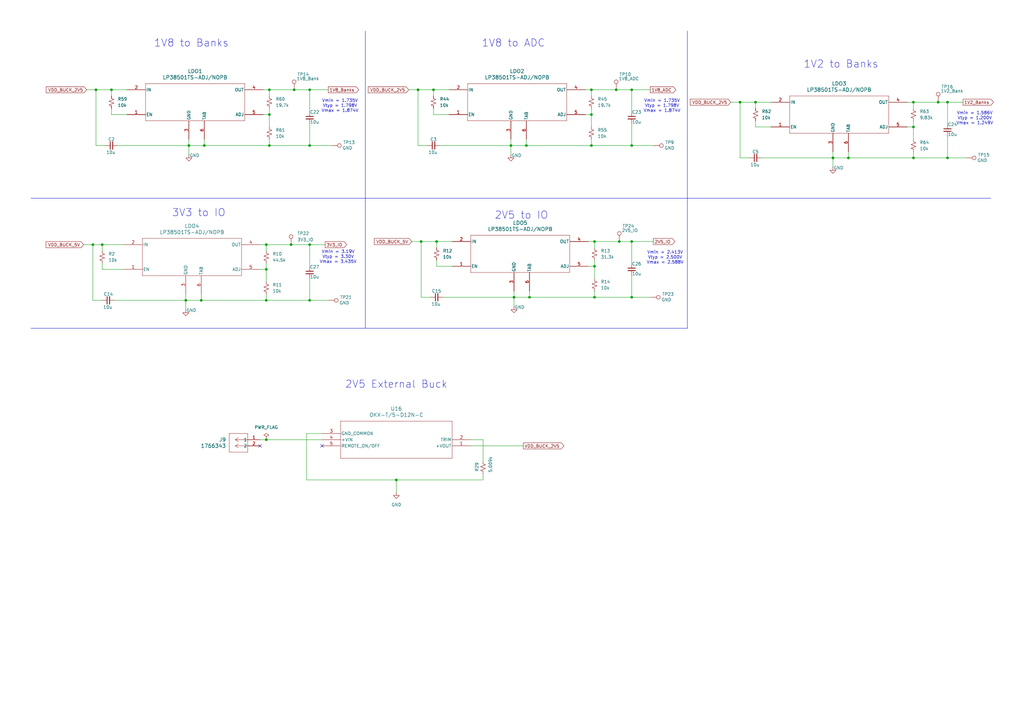
<source format=kicad_sch>
(kicad_sch (version 20231120) (generator "eeschema") (generator_version "8.0")
  (paper "A3")
  (lib_symbols
    (symbol "Connector:TestPoint" (pin_numbers hide) (pin_names (offset 0.762) hide)
      (property "Reference" "TP" (at 0 6.858 0))
      (property "Value" "TestPoint" (at 0 5.08 0))
      (symbol "TestPoint_0_1"
        (circle (center 0 3.302) (radius 0.762))
      )
      (symbol "TestPoint_1_1"
        (pin passive line (at 0 0 90) (length 2.54) (name "1") (number "1"))
      )
    )
    (symbol "Device:C_Small" (pin_numbers hide) (pin_names (offset 0.254) hide)
      (property "Reference" "C" (at 0.254 1.778 0))
      (property "Value" "C_Small" (at 0.254 -2.032 0))
      (symbol "C_Small_0_1"
        (polyline (pts (xy -1.524 -0.508) (xy 1.524 -0.508)) (stroke (width 0.3302)))
        (polyline (pts (xy -1.524 0.508) (xy 1.524 0.508)) (stroke (width 0.3048)))
      )
      (symbol "C_Small_1_1"
        (pin passive line (at 0 2.54 270) (length 2.032) (name "~") (number "1"))
        (pin passive line (at 0 -2.54 90) (length 2.032) (name "~") (number "2"))
      )
    )
    (symbol "Device:R_Small_US" (pin_numbers hide) (pin_names (offset 0.254) hide)
      (property "Reference" "R" (at 0.762 0.508 0))
      (property "Value" "R_Small_US" (at 0.762 -1.016 0))
      (symbol "R_Small_US_1_1"
        (polyline (pts (xy 0 0) (xy 1.016 -0.381) (xy 0 -0.762) (xy -1.016 -1.143) (xy 0 -1.524)))
        (polyline (pts (xy 0 1.524) (xy 1.016 1.143) (xy 0 0.762) (xy -1.016 0.381) (xy 0 0)))
        (pin passive line (at 0 2.54 270) (length 1.016) (name "~") (number "1"))
        (pin passive line (at 0 -2.54 90) (length 1.016) (name "~") (number "2"))
      )
    )
    (symbol "PSEC5_ctrlbd:1766343" (pin_names (offset 0.254))
      (property "Reference" "J" (at 8.89 6.35 0))
      (property "Value" "1766343" (at 1.524 6.096 0))
      (symbol "1766343_1_1"
        (polyline (pts (xy 5.08 -5.08) (xy 12.7 -5.08)) (stroke (width 0.127)))
        (polyline (pts (xy 5.08 2.54) (xy 5.08 -5.08)) (stroke (width 0.127)))
        (polyline (pts (xy 10.16 -2.54) (xy 5.08 -2.54)) (stroke (width 0.127)))
        (polyline (pts (xy 10.16 -2.54) (xy 8.89 -3.3867)) (stroke (width 0.127)))
        (polyline (pts (xy 10.16 -2.54) (xy 8.89 -1.6933)) (stroke (width 0.127)))
        (polyline (pts (xy 10.16 0) (xy 5.08 0)) (stroke (width 0.127)))
        (polyline (pts (xy 10.16 0) (xy 8.89 -0.8467)) (stroke (width 0.127)))
        (polyline (pts (xy 10.16 0) (xy 8.89 0.8467)) (stroke (width 0.127)))
        (polyline (pts (xy 12.7 -5.08) (xy 12.7 2.54)) (stroke (width 0.127)))
        (polyline (pts (xy 12.7 2.54) (xy 5.08 2.54)) (stroke (width 0.127)))
        (pin unspecified line (at 0 0 0) (length 5.08) (name "1") (number "1"))
        (pin unspecified line (at 0 -2.54 0) (length 5.08) (name "2") (number "2"))
      )
      (symbol "1766343_1_2"
        (polyline (pts (xy 5.08 -5.08) (xy 12.7 -5.08)) (stroke (width 0.127)))
        (polyline (pts (xy 5.08 2.54) (xy 5.08 -5.08)) (stroke (width 0.127)))
        (polyline (pts (xy 7.62 -2.54) (xy 5.08 -2.54)) (stroke (width 0.127)))
        (polyline (pts (xy 7.62 -2.54) (xy 8.89 -3.3867)) (stroke (width 0.127)))
        (polyline (pts (xy 7.62 -2.54) (xy 8.89 -1.6933)) (stroke (width 0.127)))
        (polyline (pts (xy 7.62 0) (xy 5.08 0)) (stroke (width 0.127)))
        (polyline (pts (xy 7.62 0) (xy 8.89 -0.8467)) (stroke (width 0.127)))
        (polyline (pts (xy 7.62 0) (xy 8.89 0.8467)) (stroke (width 0.127)))
        (polyline (pts (xy 12.7 -5.08) (xy 12.7 2.54)) (stroke (width 0.127)))
        (polyline (pts (xy 12.7 2.54) (xy 5.08 2.54)) (stroke (width 0.127)))
        (pin unspecified line (at 0 0 0) (length 5.08) (name "1") (number "1"))
        (pin unspecified line (at 0 -2.54 0) (length 5.08) (name "2") (number "2"))
      )
    )
    (symbol "PSEC5_ctrlbd:LP38501TS-ADJ_NOPB" (pin_names (offset 0.254))
      (property "Value" "LP38501TS-ADJ/NOPB" (at 27.94 7.62 0))
      (symbol "LP38501TS-ADJ_NOPB_0_1"
        (polyline (pts (xy 7.62 -10.16) (xy 48.26 -10.16)) (stroke (width 0.127)))
        (polyline (pts (xy 7.62 5.08) (xy 7.62 -10.16)) (stroke (width 0.127)))
        (polyline (pts (xy 48.26 -10.16) (xy 48.26 5.08)) (stroke (width 0.127)))
        (polyline (pts (xy 48.26 5.08) (xy 7.62 5.08)) (stroke (width 0.127)))
        (pin input line (at 0 -7.62 0) (length 7.62) (name "EN") (number "1"))
        (pin power_in line (at 0 2.54 0) (length 7.62) (name "IN") (number "2"))
        (pin power_in line (at 25.4 -17.78 90) (length 7.62) (name "GND") (number "3"))
        (pin input line (at 55.88 -7.62 180) (length 7.62) (name "ADJ") (number "5"))
        (pin power_in line (at 31.75 -17.78 90) (length 7.62) (name "TAB") (number "6"))
      )
      (symbol "LP38501TS-ADJ_NOPB_1_1"
        (pin power_out line (at 55.88 2.54 180) (length 7.62) (name "OUT") (number "4"))
      )
    )
    (symbol "PSEC5_ctrlbd:OKX-T_5-D12N-C" (pin_names (offset 0.254))
      (property "Reference" "U" (at 30.48 10.16 0))
      (property "Value" "OKX-T/5-D12N-C" (at 30.48 7.62 0))
      (symbol "OKX-T_5-D12N-C_0_1"
        (polyline (pts (xy 7.62 -10.16) (xy 53.34 -10.16)) (stroke (width 0.127)))
        (polyline (pts (xy 7.62 5.08) (xy 7.62 -10.16)) (stroke (width 0.127)))
        (polyline (pts (xy 53.34 -10.16) (xy 53.34 5.08)) (stroke (width 0.127)))
        (polyline (pts (xy 53.34 5.08) (xy 7.62 5.08)) (stroke (width 0.127)))
        (pin unspecified line (at 0 -2.54 0) (length 7.62) (name "TRIM") (number "2"))
        (pin power_in line (at 60.96 -2.54 180) (length 7.62) (name "+VIN") (number "4"))
        (pin input line (at 60.96 0 180) (length 7.62) (name "REMOTE_ON/OFF") (number "5"))
      )
      (symbol "OKX-T_5-D12N-C_1_1"
        (pin power_out line (at 0 0 0) (length 7.62) (name "+VOUT") (number "1"))
        (pin power_in line (at 60.96 -5.08 180) (length 7.62) (name "GND_COMMON") (number "3"))
      )
    )
    (symbol "power:GND" (power) (pin_numbers hide) (pin_names (offset 0) hide)
      (property "Value" "GND" (at 0 -3.81 0))
      (symbol "GND_0_1"
        (polyline (pts (xy 0 0) (xy 0 -1.27) (xy 1.27 -1.27) (xy 0 -2.54) (xy -1.27 -1.27) (xy 0 -1.27)))
      )
      (symbol "GND_1_1"
        (pin power_in line (at 0 0 270) (length 0) (name "~") (number "1"))
      )
    )
    (symbol "power:PWR_FLAG" (power) (pin_numbers hide) (pin_names (offset 0) hide)
      (property "Value" "PWR_FLAG" (at 0 3.81 0))
      (symbol "PWR_FLAG_0_0"
        (pin power_out line (at 0 0 90) (length 0) (name "~") (number "1"))
      )
      (symbol "PWR_FLAG_0_1"
        (polyline (pts (xy 0 0) (xy 0 1.27) (xy -1.016 1.905) (xy 0 2.54) (xy 1.016 1.905) (xy 0 1.27)))
      )
    )
  )
  (junction (at 243.84 121.92))
  (junction (at 45.72 36.83))
  (junction (at 109.22 100.33))
  (junction (at 215.9 59.69))
  (junction (at 209.55 59.69))
  (junction (at 109.22 180.34))
  (junction (at 110.49 59.69))
  (junction (at 374.65 41.91))
  (junction (at 76.2 123.19))
  (junction (at 77.47 59.69))
  (junction (at 347.98 64.77))
  (junction (at 243.84 109.22))
  (junction (at 110.49 46.99))
  (junction (at 127 59.69))
  (junction (at 242.57 59.69))
  (junction (at 303.53 41.91))
  (junction (at 120.65 36.83))
  (junction (at 82.55 123.19))
  (junction (at 172.72 99.06))
  (junction (at 374.65 52.07))
  (junction (at 39.37 36.83))
  (junction (at 217.17 121.92))
  (junction (at 110.49 36.83))
  (junction (at 127 100.33))
  (junction (at 177.8 36.83))
  (junction (at 109.22 123.19))
  (junction (at 259.08 99.06))
  (junction (at 242.57 36.83))
  (junction (at 388.62 41.91))
  (junction (at 127 36.83))
  (junction (at 252.73 36.83))
  (junction (at 83.82 59.69))
  (junction (at 259.08 36.83))
  (junction (at 254 99.06))
  (junction (at 162.56 196.85))
  (junction (at 41.91 100.33))
  (junction (at 388.62 64.77))
  (junction (at 243.84 99.06))
  (junction (at 179.07 99.06))
  (junction (at 259.08 121.92))
  (junction (at 38.1 100.33))
  (junction (at 259.08 59.69))
  (junction (at 127 123.19))
  (junction (at 341.63 64.77))
  (junction (at 309.88 41.91))
  (junction (at 171.45 36.83))
  (junction (at 210.82 121.92))
  (junction (at 242.57 46.99))
  (junction (at 374.65 64.77))
  (junction (at 119.38 100.33))
  (junction (at 384.81 41.91))
  (junction (at 109.22 110.49))
  (no_connect (at 132.08 182.88))
  (no_connect (at 106.68 182.88))
  (wire (pts (xy 181.61 121.92) (xy 210.82 121.92)))
  (wire (pts (xy 38.1 123.19) (xy 41.91 123.19)))
  (wire (pts (xy 45.72 36.83) (xy 45.72 39.37)))
  (wire (pts (xy 127 50.8) (xy 127 59.69)))
  (wire (pts (xy 341.63 64.77) (xy 341.63 68.58)))
  (wire (pts (xy 242.57 36.83) (xy 240.03 36.83)))
  (wire (pts (xy 110.49 46.99) (xy 107.95 46.99)))
  (wire (pts (xy 309.88 41.91) (xy 316.23 41.91)))
  (wire (pts (xy 48.26 59.69) (xy 77.47 59.69)))
  (wire (pts (xy 110.49 36.83) (xy 120.65 36.83)))
  (wire (pts (xy 299.72 41.91) (xy 303.53 41.91)))
  (wire (pts (xy 243.84 119.38) (xy 243.84 121.92)))
  (wire (pts (xy 179.07 99.06) (xy 179.07 101.6)))
  (wire (pts (xy 110.49 59.69) (xy 127 59.69)))
  (wire (pts (xy 259.08 113.03) (xy 259.08 121.92)))
  (wire (pts (xy 35.56 36.83) (xy 39.37 36.83)))
  (wire (pts (xy 125.73 177.8) (xy 125.73 196.85)))
  (wire (pts (xy 171.45 36.83) (xy 177.8 36.83)))
  (wire (pts (xy 252.73 36.83) (xy 259.08 36.83)))
  (wire (pts (xy 83.82 59.69) (xy 110.49 59.69)))
  (wire (pts (xy 242.57 52.07) (xy 242.57 46.99)))
  (wire (pts (xy 110.49 36.83) (xy 107.95 36.83)))
  (wire (pts (xy 179.07 106.68) (xy 179.07 109.22)))
  (wire (pts (xy 179.07 99.06) (xy 185.42 99.06)))
  (wire (pts (xy 259.08 59.69) (xy 267.97 59.69)))
  (wire (pts (xy 177.8 44.45) (xy 177.8 46.99)))
  (wire (pts (xy 110.49 44.45) (xy 110.49 46.99)))
  (wire (pts (xy 259.08 99.06) (xy 259.08 107.95)))
  (wire (pts (xy 215.9 57.15) (xy 215.9 59.69)))
  (wire (pts (xy 347.98 62.23) (xy 347.98 64.77)))
  (wire (pts (xy 243.84 121.92) (xy 259.08 121.92)))
  (wire (pts (xy 83.82 57.15) (xy 83.82 59.69)))
  (wire (pts (xy 242.57 36.83) (xy 252.73 36.83)))
  (wire (pts (xy 41.91 100.33) (xy 50.8 100.33)))
  (wire (pts (xy 76.2 120.65) (xy 76.2 123.19)))
  (wire (pts (xy 41.91 107.95) (xy 41.91 110.49)))
  (wire (pts (xy 34.29 100.33) (xy 38.1 100.33)))
  (wire (pts (xy 110.49 57.15) (xy 110.49 59.69)))
  (wire (pts (xy 312.42 64.77) (xy 341.63 64.77)))
  (wire (pts (xy 242.57 36.83) (xy 242.57 39.37)))
  (polyline (pts (xy 149.86 12.7) (xy 149.86 81.28)))
  (wire (pts (xy 243.84 99.06) (xy 254 99.06)))
  (polyline (pts (xy 281.94 134.62) (xy 149.86 134.62)))
  (wire (pts (xy 347.98 64.77) (xy 341.63 64.77)))
  (wire (pts (xy 374.65 41.91) (xy 374.65 44.45)))
  (wire (pts (xy 209.55 57.15) (xy 209.55 59.69)))
  (wire (pts (xy 309.88 49.53) (xy 309.88 52.07)))
  (wire (pts (xy 341.63 62.23) (xy 341.63 64.77)))
  (polyline (pts (xy 281.94 81.28) (xy 406.4 81.28)))
  (wire (pts (xy 76.2 123.19) (xy 76.2 127)))
  (wire (pts (xy 38.1 100.33) (xy 38.1 123.19)))
  (wire (pts (xy 77.47 57.15) (xy 77.47 59.69)))
  (wire (pts (xy 171.45 36.83) (xy 171.45 59.69)))
  (wire (pts (xy 41.91 110.49) (xy 50.8 110.49)))
  (wire (pts (xy 119.38 100.33) (xy 127 100.33)))
  (wire (pts (xy 45.72 36.83) (xy 52.07 36.83)))
  (wire (pts (xy 303.53 41.91) (xy 303.53 64.77)))
  (wire (pts (xy 217.17 121.92) (xy 243.84 121.92)))
  (wire (pts (xy 259.08 36.83) (xy 259.08 45.72)))
  (wire (pts (xy 259.08 50.8) (xy 259.08 59.69)))
  (wire (pts (xy 82.55 120.65) (xy 82.55 123.19)))
  (wire (pts (xy 82.55 123.19) (xy 109.22 123.19)))
  (wire (pts (xy 259.08 36.83) (xy 266.7 36.83)))
  (wire (pts (xy 46.99 123.19) (xy 76.2 123.19)))
  (wire (pts (xy 384.81 41.91) (xy 388.62 41.91)))
  (wire (pts (xy 243.84 99.06) (xy 243.84 101.6)))
  (polyline (pts (xy 281.94 81.28) (xy 281.94 134.62)))
  (wire (pts (xy 303.53 41.91) (xy 309.88 41.91)))
  (wire (pts (xy 172.72 121.92) (xy 176.53 121.92)))
  (wire (pts (xy 209.55 59.69) (xy 209.55 63.5)))
  (wire (pts (xy 243.84 106.68) (xy 243.84 109.22)))
  (polyline (pts (xy 12.7 81.28) (xy 149.86 81.28)))
  (wire (pts (xy 243.84 99.06) (xy 241.3 99.06)))
  (wire (pts (xy 198.12 196.85) (xy 198.12 194.31)))
  (wire (pts (xy 172.72 99.06) (xy 172.72 121.92)))
  (wire (pts (xy 106.68 180.34) (xy 109.22 180.34)))
  (wire (pts (xy 171.45 59.69) (xy 175.26 59.69)))
  (wire (pts (xy 254 99.06) (xy 259.08 99.06)))
  (wire (pts (xy 127 59.69) (xy 135.89 59.69)))
  (wire (pts (xy 127 114.3) (xy 127 123.19)))
  (wire (pts (xy 210.82 121.92) (xy 210.82 125.73)))
  (wire (pts (xy 45.72 44.45) (xy 45.72 46.99)))
  (wire (pts (xy 127 100.33) (xy 133.35 100.33)))
  (wire (pts (xy 106.68 100.33) (xy 109.22 100.33)))
  (wire (pts (xy 132.08 177.8) (xy 125.73 177.8)))
  (wire (pts (xy 177.8 36.83) (xy 184.15 36.83)))
  (wire (pts (xy 193.04 180.34) (xy 198.12 180.34)))
  (wire (pts (xy 177.8 46.99) (xy 184.15 46.99)))
  (wire (pts (xy 374.65 49.53) (xy 374.65 52.07)))
  (wire (pts (xy 388.62 41.91) (xy 388.62 50.8)))
  (wire (pts (xy 39.37 36.83) (xy 45.72 36.83)))
  (wire (pts (xy 215.9 59.69) (xy 242.57 59.69)))
  (wire (pts (xy 193.04 182.88) (xy 214.63 182.88)))
  (wire (pts (xy 177.8 36.83) (xy 177.8 39.37)))
  (wire (pts (xy 109.22 100.33) (xy 109.22 102.87)))
  (wire (pts (xy 242.57 57.15) (xy 242.57 59.69)))
  (wire (pts (xy 217.17 121.92) (xy 210.82 121.92)))
  (wire (pts (xy 45.72 46.99) (xy 52.07 46.99)))
  (wire (pts (xy 162.56 196.85) (xy 162.56 201.93)))
  (polyline (pts (xy 149.86 81.28) (xy 281.94 81.28)))
  (wire (pts (xy 82.55 123.19) (xy 76.2 123.19)))
  (wire (pts (xy 109.22 100.33) (xy 119.38 100.33)))
  (wire (pts (xy 259.08 99.06) (xy 267.97 99.06)))
  (wire (pts (xy 77.47 59.69) (xy 77.47 63.5)))
  (wire (pts (xy 347.98 64.77) (xy 374.65 64.77)))
  (wire (pts (xy 109.22 180.34) (xy 132.08 180.34)))
  (wire (pts (xy 168.91 99.06) (xy 172.72 99.06)))
  (wire (pts (xy 109.22 110.49) (xy 109.22 115.57)))
  (wire (pts (xy 374.65 41.91) (xy 384.81 41.91)))
  (wire (pts (xy 125.73 196.85) (xy 162.56 196.85)))
  (wire (pts (xy 127 100.33) (xy 127 109.22)))
  (polyline (pts (xy 12.7 134.62) (xy 149.86 134.62)))
  (wire (pts (xy 109.22 107.95) (xy 109.22 110.49)))
  (wire (pts (xy 41.91 100.33) (xy 41.91 102.87)))
  (wire (pts (xy 109.22 120.65) (xy 109.22 123.19)))
  (wire (pts (xy 243.84 109.22) (xy 241.3 109.22)))
  (wire (pts (xy 39.37 36.83) (xy 39.37 59.69)))
  (wire (pts (xy 180.34 59.69) (xy 209.55 59.69)))
  (wire (pts (xy 242.57 44.45) (xy 242.57 46.99)))
  (wire (pts (xy 374.65 57.15) (xy 374.65 52.07)))
  (wire (pts (xy 217.17 119.38) (xy 217.17 121.92)))
  (wire (pts (xy 172.72 99.06) (xy 179.07 99.06)))
  (wire (pts (xy 167.64 36.83) (xy 171.45 36.83)))
  (wire (pts (xy 198.12 180.34) (xy 198.12 189.23)))
  (wire (pts (xy 388.62 41.91) (xy 394.97 41.91)))
  (wire (pts (xy 259.08 121.92) (xy 266.7 121.92)))
  (wire (pts (xy 106.68 110.49) (xy 109.22 110.49)))
  (wire (pts (xy 127 36.83) (xy 134.62 36.83)))
  (wire (pts (xy 388.62 64.77) (xy 396.24 64.77)))
  (wire (pts (xy 303.53 64.77) (xy 307.34 64.77)))
  (wire (pts (xy 120.65 36.83) (xy 127 36.83)))
  (wire (pts (xy 388.62 55.88) (xy 388.62 64.77)))
  (wire (pts (xy 109.22 123.19) (xy 127 123.19)))
  (wire (pts (xy 374.65 52.07) (xy 372.11 52.07)))
  (wire (pts (xy 242.57 46.99) (xy 240.03 46.99)))
  (wire (pts (xy 243.84 114.3) (xy 243.84 109.22)))
  (wire (pts (xy 309.88 52.07) (xy 316.23 52.07)))
  (wire (pts (xy 39.37 59.69) (xy 43.18 59.69)))
  (wire (pts (xy 127 36.83) (xy 127 45.72)))
  (wire (pts (xy 374.65 41.91) (xy 372.11 41.91)))
  (wire (pts (xy 374.65 64.77) (xy 388.62 64.77)))
  (wire (pts (xy 110.49 52.07) (xy 110.49 46.99)))
  (polyline (pts (xy 149.86 81.28) (xy 149.86 134.62)))
  (wire (pts (xy 242.57 59.69) (xy 259.08 59.69)))
  (wire (pts (xy 374.65 62.23) (xy 374.65 64.77)))
  (wire (pts (xy 127 123.19) (xy 134.62 123.19)))
  (wire (pts (xy 110.49 36.83) (xy 110.49 39.37)))
  (wire (pts (xy 210.82 119.38) (xy 210.82 121.92)))
  (wire (pts (xy 309.88 41.91) (xy 309.88 44.45)))
  (wire (pts (xy 215.9 59.69) (xy 209.55 59.69)))
  (wire (pts (xy 83.82 59.69) (xy 77.47 59.69)))
  (wire (pts (xy 179.07 109.22) (xy 185.42 109.22)))
  (polyline (pts (xy 281.94 12.7) (xy 281.94 81.28)))
  (wire (pts (xy 38.1 100.33) (xy 41.91 100.33)))
  (wire (pts (xy 162.56 196.85) (xy 198.12 196.85)))
  (text "2V5 to IO" (at 213.868 88.392 0) (effects (font (size 3 3))))
  (text "Vmin = 1.735V\nVtyp = 1.798V\nVmax = 1.874V" (at 271.526 43.434 0) (effects (font (size 1.27 1.27))))
  (text "1V2 to Banks" (at 344.932 26.416 0) (effects (font (size 3 3))))
  (text "2V5 External Buck" (at 162.56 157.734 0) (effects (font (size 3 3))))
  (text "Vmin = 3.19V\nVtyp = 3.30V\nVmax = 3.435V" (at 138.684 105.41 0) (effects (font (size 1.27 1.27))))
  (text "1V8 to ADC" (at 210.566 17.78 0) (effects (font (size 3 3))))
  (text "Vmin = 2.413V\nVtyp = 2.500V\nVmax = 2.588V" (at 272.796 105.664 0) (effects (font (size 1.27 1.27))))
  (text "1V8 to Banks" (at 78.486 17.78 0) (effects (font (size 3 3))))
  (text "3V3 to IO" (at 81.534 87.376 0) (effects (font (size 3 3))))
  (text "Vmin = 1.586V\nVtyp = 1.200V\nVmax = 1.249V" (at 399.796 48.514 0) (effects (font (size 1.27 1.27))))
  (text "Vmin = 1.735V\nVtyp = 1.798V\nVmax = 1.874V" (at 139.446 43.434 0) (effects (font (size 1.27 1.27))))
  (global_label "2V5_IO" (shape output) (at 267.97 99.06 0) (property "Intersheetrefs" "${INTERSHEET_REFS}" (effects (hide yes))))
  (global_label "3V3_IO" (shape output) (at 133.35 100.33 0) (property "Intersheetrefs" "${INTERSHEET_REFS}" (effects (hide yes))))
  (global_label "1V8_Banks" (shape output) (at 134.62 36.83 0) (property "Intersheetrefs" "${INTERSHEET_REFS}" (effects (hide yes))))
  (global_label "VDD_BUCK_5V" (shape input) (at 34.29 100.33 180) (property "Intersheetrefs" "${INTERSHEET_REFS}" (effects (hide yes))))
  (global_label "1V8_ADC" (shape output) (at 266.7 36.83 0) (property "Intersheetrefs" "${INTERSHEET_REFS}" (effects (hide yes))))
  (global_label "VDD_BUCK_2V5" (shape input) (at 35.56 36.83 180) (property "Intersheetrefs" "${INTERSHEET_REFS}" (effects (hide yes))))
  (global_label "VDD_BUCK_2V5" (shape input) (at 299.72 41.91 180) (property "Intersheetrefs" "${INTERSHEET_REFS}" (effects (hide yes))))
  (global_label "VDD_BUCK_2V5" (shape output) (at 214.63 182.88 0) (property "Intersheetrefs" "${INTERSHEET_REFS}" (effects (hide yes))))
  (global_label "1V2_Banks" (shape output) (at 394.97 41.91 0) (property "Intersheetrefs" "${INTERSHEET_REFS}" (effects (hide yes))))
  (global_label "VDD_BUCK_2V5" (shape input) (at 167.64 36.83 180) (property "Intersheetrefs" "${INTERSHEET_REFS}" (effects (hide yes))))
  (global_label "VDD_BUCK_5V" (shape input) (at 168.91 99.06 180) (property "Intersheetrefs" "${INTERSHEET_REFS}" (effects (hide yes))))
  (symbol (lib_id "Device:R_Small_US") (at 110.49 54.61 0) (unit 1)
    (property "Reference" "R61" (at 113.03 53.3399 0) (effects (justify left)))
    (property "Value" "10k" (at 113.03 55.8799 0) (effects (justify left)))
    (property "Footprint" "Resistor_SMD:R_0603_1608Metric" (effects (hide yes)))
    (property "Description" "Resistor, small US symbol" (effects (hide yes)))
  )
  (symbol (lib_id "power:PWR_FLAG") (at 109.22 180.34 0) (unit 1)
    (property "Reference" "#FLG029" (effects (hide yes)))
    (property "Value" "PWR_FLAG" (at 109.22 175.26 0))
    (property "Description" "Special symbol for telling ERC where power comes from" (effects (hide yes)))
  )
  (symbol (lib_id "PSEC5_ctrlbd:LP38501TS-ADJ_NOPB") (at 316.23 44.45 0) (unit 1)
    (property "Reference" "LDO3" (at 344.17 34.29 0) (effects (font (size 1.524 1.524))))
    (property "Value" "LP38501TS-ADJ/NOPB" (at 344.17 36.83 0) (effects (font (size 1.524 1.524))))
    (property "Footprint" "ul_LP38501TS-ADJ-NOPB:TS5B" (effects (hide yes)))
    (property "Datasheet" "LP38501TS-ADJ/NOPB" (effects (hide yes)))
  )
  (symbol (lib_id "Device:R_Small_US") (at 177.8 41.91 0) (unit 1)
    (property "Reference" "R44" (at 180.34 40.6399 0) (effects (justify left)))
    (property "Value" "10k" (at 180.34 43.1799 0) (effects (justify left)))
    (property "Footprint" "Resistor_SMD:R_0603_1608Metric" (effects (hide yes)))
    (property "Description" "Resistor, small US symbol" (effects (hide yes)))
  )
  (symbol (lib_id "Device:R_Small_US") (at 243.84 116.84 0) (unit 1)
    (property "Reference" "R14" (at 246.38 115.5699 0) (effects (justify left)))
    (property "Value" "10k" (at 246.38 118.1099 0) (effects (justify left)))
    (property "Footprint" "Resistor_SMD:R_0603_1608Metric" (effects (hide yes)))
    (property "Description" "Resistor, small US symbol" (effects (hide yes)))
  )
  (symbol (lib_id "Device:R_Small_US") (at 242.57 54.61 0) (unit 1)
    (property "Reference" "R55" (at 245.11 53.3399 0) (effects (justify left)))
    (property "Value" "10k" (at 245.11 55.8799 0) (effects (justify left)))
    (property "Footprint" "Resistor_SMD:R_0603_1608Metric" (effects (hide yes)))
    (property "Description" "Resistor, small US symbol" (effects (hide yes)))
  )
  (symbol (lib_id "PSEC5_ctrlbd:OKX-T_5-D12N-C") (at 193.04 182.88 180) (unit 1)
    (property "Reference" "U16" (at 162.56 167.64 0) (effects (font (size 1.524 1.524))))
    (property "Value" "OKX-T/5-D12N-C" (at 162.56 170.18 0) (effects (font (size 1.524 1.524))))
    (property "Footprint" "OKX_T_5_D12N_C:OKX-T&slash_5-D12N-C_MUR" (effects (hide yes)))
    (property "Datasheet" "OKX-T/5-D12N-C" (effects (hide yes)))
  )
  (symbol (lib_id "Connector:TestPoint") (at 135.89 59.69 270) (unit 1)
    (property "Reference" "TP13" (at 140.716 58.42 90) (effects (justify left)))
    (property "Value" "GND" (at 140.462 60.706 90) (effects (justify left)))
    (property "Footprint" "TestPoint:TestPoint_Bridge_Pitch2.0mm_Drill0.7mm" (effects (hide yes)))
    (property "Description" "test point" (effects (hide yes)))
  )
  (symbol (lib_id "Connector:TestPoint") (at 254 99.06 0) (unit 1)
    (property "Reference" "TP24" (at 255.27 92.71 0) (effects (justify left)))
    (property "Value" "2V5_IO" (at 255.016 94.488 0) (effects (justify left)))
    (property "Footprint" "TestPoint:TestPoint_Bridge_Pitch2.0mm_Drill0.7mm" (effects (hide yes)))
    (property "Description" "test point" (effects (hide yes)))
  )
  (symbol (lib_id "Connector:TestPoint") (at 252.73 36.83 0) (unit 1)
    (property "Reference" "TP10" (at 254 30.48 0) (effects (justify left)))
    (property "Value" "1V8_ADC" (at 253.746 32.258 0) (effects (justify left)))
    (property "Footprint" "TestPoint:TestPoint_Bridge_Pitch2.0mm_Drill0.7mm" (effects (hide yes)))
    (property "Description" "test point" (effects (hide yes)))
  )
  (symbol (lib_id "Device:C_Small") (at 388.62 53.34 0) (unit 1)
    (property "Reference" "C24" (at 390.652 51.054 0))
    (property "Value" "10u" (at 390.652 55.118 0))
    (property "Footprint" "Capacitor_SMD:C_0603_1608Metric" (effects (hide yes)))
    (property "Description" "Unpolarized capacitor, small symbol" (effects (hide yes)))
  )
  (symbol (lib_id "PSEC5_ctrlbd:1766343") (at 106.68 180.34 0) (mirror y) (unit 1)
    (property "Reference" "J9" (at 92.71 180.3399 0) (effects (font (size 1.524 1.524)) (justify left)))
    (property "Value" "1766343" (at 92.71 182.8799 0) (effects (font (size 1.524 1.524)) (justify left)))
    (property "Footprint" "Connector_Phoenix_GMSTB:PhoenixContact_GMSTBA_2,5_2-G_1x02_P7.50mm_Horizontal" (effects (hide yes)))
    (property "Datasheet" "1766343" (effects (hide yes)))
  )
  (symbol (lib_id "Connector:TestPoint") (at 384.81 41.91 0) (unit 1)
    (property "Reference" "TP16" (at 386.08 35.56 0) (effects (justify left)))
    (property "Value" "1V2_Bank" (at 385.826 37.338 0) (effects (justify left)))
    (property "Footprint" "TestPoint:TestPoint_Bridge_Pitch2.0mm_Drill0.7mm" (effects (hide yes)))
    (property "Description" "test point" (effects (hide yes)))
  )
  (symbol (lib_id "Device:R_Small_US") (at 109.22 118.11 0) (unit 1)
    (property "Reference" "R11" (at 111.76 116.8399 0) (effects (justify left)))
    (property "Value" "10k" (at 111.76 119.3799 0) (effects (justify left)))
    (property "Footprint" "Resistor_SMD:R_0603_1608Metric" (effects (hide yes)))
    (property "Description" "Resistor, small US symbol" (effects (hide yes)))
  )
  (symbol (lib_id "Device:C_Small") (at 127 48.26 0) (unit 1)
    (property "Reference" "C22" (at 129.032 45.974 0))
    (property "Value" "10u" (at 129.032 50.038 0))
    (property "Footprint" "Capacitor_SMD:C_0603_1608Metric" (effects (hide yes)))
    (property "Description" "Unpolarized capacitor, small symbol" (effects (hide yes)))
  )
  (symbol (lib_id "Device:R_Small_US") (at 41.91 105.41 0) (unit 1)
    (property "Reference" "R2" (at 44.45 104.1399 0) (effects (justify left)))
    (property "Value" "10k" (at 44.45 106.6799 0) (effects (justify left)))
    (property "Footprint" "Resistor_SMD:R_0603_1608Metric" (effects (hide yes)))
    (property "Description" "Resistor, small US symbol" (effects (hide yes)))
  )
  (symbol (lib_id "Device:R_Small_US") (at 110.49 41.91 0) (unit 1)
    (property "Reference" "R60" (at 113.03 40.6399 0) (effects (justify left)))
    (property "Value" "19.7k" (at 113.03 43.1799 0) (effects (justify left)))
    (property "Footprint" "Resistor_SMD:R_0603_1608Metric" (effects (hide yes)))
    (property "Description" "Resistor, small US symbol" (effects (hide yes)))
  )
  (symbol (lib_id "Connector:TestPoint") (at 120.65 36.83 0) (unit 1)
    (property "Reference" "TP14" (at 121.92 30.48 0) (effects (justify left)))
    (property "Value" "1V8_Bank" (at 121.666 32.258 0) (effects (justify left)))
    (property "Footprint" "TestPoint:TestPoint_Bridge_Pitch2.0mm_Drill0.7mm" (effects (hide yes)))
    (property "Description" "test point" (effects (hide yes)))
  )
  (symbol (lib_id "Device:C_Small") (at 259.08 110.49 0) (unit 1)
    (property "Reference" "C26" (at 261.112 108.204 0))
    (property "Value" "10u" (at 261.112 112.268 0))
    (property "Footprint" "Capacitor_SMD:C_0603_1608Metric" (effects (hide yes)))
    (property "Description" "Unpolarized capacitor, small symbol" (effects (hide yes)))
  )
  (symbol (lib_id "Device:R_Small_US") (at 243.84 104.14 0) (unit 1)
    (property "Reference" "R13" (at 246.38 102.8699 0) (effects (justify left)))
    (property "Value" "31.3k" (at 246.38 105.4099 0) (effects (justify left)))
    (property "Footprint" "Resistor_SMD:R_0603_1608Metric" (effects (hide yes)))
    (property "Description" "Resistor, small US symbol" (effects (hide yes)))
  )
  (symbol (lib_id "Device:C_Small") (at 179.07 121.92 90) (unit 1)
    (property "Reference" "C15" (at 179.07 119.38 90))
    (property "Value" "10u" (at 178.816 124.714 90))
    (property "Footprint" "Capacitor_SMD:C_0603_1608Metric" (effects (hide yes)))
    (property "Description" "Unpolarized capacitor, small symbol" (effects (hide yes)))
  )
  (symbol (lib_id "Device:R_Small_US") (at 309.88 46.99 0) (unit 1)
    (property "Reference" "R62" (at 312.42 45.7199 0) (effects (justify left)))
    (property "Value" "10k" (at 312.42 48.2599 0) (effects (justify left)))
    (property "Footprint" "Resistor_SMD:R_0603_1608Metric" (effects (hide yes)))
    (property "Description" "Resistor, small US symbol" (effects (hide yes)))
  )
  (symbol (lib_id "Device:R_Small_US") (at 179.07 104.14 0) (unit 1)
    (property "Reference" "R12" (at 181.61 102.8699 0) (effects (justify left)))
    (property "Value" "10k" (at 181.61 105.4099 0) (effects (justify left)))
    (property "Footprint" "Resistor_SMD:R_0603_1608Metric" (effects (hide yes)))
    (property "Description" "Resistor, small US symbol" (effects (hide yes)))
  )
  (symbol (lib_id "PSEC5_ctrlbd:LP38501TS-ADJ_NOPB") (at 50.8 102.87 0) (unit 1)
    (property "Reference" "LDO4" (at 78.74 92.71 0) (effects (font (size 1.524 1.524))))
    (property "Value" "LP38501TS-ADJ/NOPB" (at 78.74 95.25 0) (effects (font (size 1.524 1.524))))
    (property "Footprint" "ul_LP38501TS-ADJ-NOPB:TS5B" (effects (hide yes)))
    (property "Datasheet" "LP38501TS-ADJ/NOPB" (effects (hide yes)))
  )
  (symbol (lib_id "Device:R_Small_US") (at 242.57 41.91 0) (unit 1)
    (property "Reference" "R45" (at 245.11 40.6399 0) (effects (justify left)))
    (property "Value" "19.7k" (at 245.11 43.1799 0) (effects (justify left)))
    (property "Footprint" "Resistor_SMD:R_0603_1608Metric" (effects (hide yes)))
    (property "Description" "Resistor, small US symbol" (effects (hide yes)))
  )
  (symbol (lib_id "Device:C_Small") (at 45.72 59.69 90) (unit 1)
    (property "Reference" "C2" (at 45.72 57.15 90))
    (property "Value" "10u" (at 45.466 62.484 90))
    (property "Footprint" "Capacitor_SMD:C_0603_1608Metric" (effects (hide yes)))
    (property "Description" "Unpolarized capacitor, small symbol" (effects (hide yes)))
  )
  (symbol (lib_id "Device:R_Small_US") (at 198.12 191.77 180) (unit 1)
    (property "Reference" "R29" (at 195.58 191.516 90))
    (property "Value" "5.009k" (at 201.168 190.5 90))
    (property "Footprint" "Resistor_SMD:R_0603_1608Metric" (effects (hide yes)))
    (property "Description" "Resistor, small US symbol" (effects (hide yes)))
  )
  (symbol (lib_id "Connector:TestPoint") (at 267.97 59.69 270) (unit 1)
    (property "Reference" "TP9" (at 272.796 58.42 90) (effects (justify left)))
    (property "Value" "GND" (at 272.542 60.706 90) (effects (justify left)))
    (property "Footprint" "TestPoint:TestPoint_Bridge_Pitch2.0mm_Drill0.7mm" (effects (hide yes)))
    (property "Description" "test point" (effects (hide yes)))
  )
  (symbol (lib_id "Device:R_Small_US") (at 374.65 59.69 0) (unit 1)
    (property "Reference" "R64" (at 377.19 58.4199 0) (effects (justify left)))
    (property "Value" "10k" (at 377.19 60.9599 0) (effects (justify left)))
    (property "Footprint" "Resistor_SMD:R_0603_1608Metric" (effects (hide yes)))
    (property "Description" "Resistor, small US symbol" (effects (hide yes)))
  )
  (symbol (lib_id "Device:C_Small") (at 44.45 123.19 90) (unit 1)
    (property "Reference" "C14" (at 44.45 120.65 90))
    (property "Value" "10u" (at 44.196 125.984 90))
    (property "Footprint" "Capacitor_SMD:C_0603_1608Metric" (effects (hide yes)))
    (property "Description" "Unpolarized capacitor, small symbol" (effects (hide yes)))
  )
  (symbol (lib_id "power:GND") (at 76.2 127 0) (unit 1)
    (property "Reference" "#PWR019" (effects (hide yes)))
    (property "Value" "GND" (at 78.486 127.254 0))
    (property "Description" "Power symbol creates a global label with name \"GND\" , ground" (effects (hide yes)))
  )
  (symbol (lib_id "Connector:TestPoint") (at 396.24 64.77 270) (unit 1)
    (property "Reference" "TP15" (at 401.066 63.5 90) (effects (justify left)))
    (property "Value" "GND" (at 400.812 65.786 90) (effects (justify left)))
    (property "Footprint" "TestPoint:TestPoint_Bridge_Pitch2.0mm_Drill0.7mm" (effects (hide yes)))
    (property "Description" "test point" (effects (hide yes)))
  )
  (symbol (lib_id "Device:C_Small") (at 177.8 59.69 90) (unit 1)
    (property "Reference" "C3" (at 177.8 57.15 90))
    (property "Value" "10u" (at 177.546 62.484 90))
    (property "Footprint" "Capacitor_SMD:C_0603_1608Metric" (effects (hide yes)))
    (property "Description" "Unpolarized capacitor, small symbol" (effects (hide yes)))
  )
  (symbol (lib_id "power:GND") (at 77.47 63.5 0) (unit 1)
    (property "Reference" "#PWR015" (effects (hide yes)))
    (property "Value" "GND" (at 79.756 63.754 0))
    (property "Description" "Power symbol creates a global label with name \"GND\" , ground" (effects (hide yes)))
  )
  (symbol (lib_id "PSEC5_ctrlbd:LP38501TS-ADJ_NOPB") (at 185.42 101.6 0) (unit 1)
    (property "Reference" "LDO5" (at 213.36 91.44 0) (effects (font (size 1.524 1.524))))
    (property "Value" "LP38501TS-ADJ/NOPB" (at 213.36 93.98 0) (effects (font (size 1.524 1.524))))
    (property "Footprint" "ul_LP38501TS-ADJ-NOPB:TS5B" (effects (hide yes)))
    (property "Datasheet" "LP38501TS-ADJ/NOPB" (effects (hide yes)))
  )
  (symbol (lib_id "power:GND") (at 162.56 201.93 0) (unit 1)
    (property "Reference" "#PWR053" (effects (hide yes)))
    (property "Value" "GND" (at 162.56 207.01 0))
    (property "Description" "Power symbol creates a global label with name \"GND\" , ground" (effects (hide yes)))
  )
  (symbol (lib_id "Device:R_Small_US") (at 109.22 105.41 0) (unit 1)
    (property "Reference" "R10" (at 111.76 104.1399 0) (effects (justify left)))
    (property "Value" "44.5k" (at 111.76 106.6799 0) (effects (justify left)))
    (property "Footprint" "Resistor_SMD:R_0603_1608Metric" (effects (hide yes)))
    (property "Description" "Resistor, small US symbol" (effects (hide yes)))
  )
  (symbol (lib_id "Connector:TestPoint") (at 134.62 123.19 270) (unit 1)
    (property "Reference" "TP21" (at 139.446 121.92 90) (effects (justify left)))
    (property "Value" "GND" (at 139.192 124.206 90) (effects (justify left)))
    (property "Footprint" "TestPoint:TestPoint_Bridge_Pitch2.0mm_Drill0.7mm" (effects (hide yes)))
    (property "Description" "test point" (effects (hide yes)))
  )
  (symbol (lib_id "Device:C_Small") (at 127 111.76 0) (unit 1)
    (property "Reference" "C27" (at 129.032 109.474 0))
    (property "Value" "10u" (at 129.032 113.538 0))
    (property "Footprint" "Capacitor_SMD:C_0603_1608Metric" (effects (hide yes)))
    (property "Description" "Unpolarized capacitor, small symbol" (effects (hide yes)))
  )
  (symbol (lib_id "PSEC5_ctrlbd:LP38501TS-ADJ_NOPB") (at 184.15 39.37 0) (unit 1)
    (property "Reference" "LDO2" (at 212.09 29.21 0) (effects (font (size 1.524 1.524))))
    (property "Value" "LP38501TS-ADJ/NOPB" (at 212.09 31.75 0) (effects (font (size 1.524 1.524))))
    (property "Footprint" "ul_LP38501TS-ADJ-NOPB:TS5B" (effects (hide yes)))
    (property "Datasheet" "LP38501TS-ADJ/NOPB" (effects (hide yes)))
  )
  (symbol (lib_id "Connector:TestPoint") (at 119.38 100.33 0) (unit 1)
    (property "Reference" "TP22" (at 121.92 95.7579 0) (effects (justify left)))
    (property "Value" "3V3_IO" (at 121.92 98.2979 0) (effects (justify left)))
    (property "Footprint" "TestPoint:TestPoint_Bridge_Pitch2.0mm_Drill0.7mm" (effects (hide yes)))
    (property "Description" "test point" (effects (hide yes)))
  )
  (symbol (lib_id "Device:C_Small") (at 309.88 64.77 90) (unit 1)
    (property "Reference" "C5" (at 309.88 62.23 90))
    (property "Value" "10u" (at 309.626 67.564 90))
    (property "Footprint" "Capacitor_SMD:C_0603_1608Metric" (effects (hide yes)))
    (property "Description" "Unpolarized capacitor, small symbol" (effects (hide yes)))
  )
  (symbol (lib_id "power:GND") (at 341.63 68.58 0) (unit 1)
    (property "Reference" "#PWR016" (effects (hide yes)))
    (property "Value" "GND" (at 343.916 68.834 0))
    (property "Description" "Power symbol creates a global label with name \"GND\" , ground" (effects (hide yes)))
  )
  (symbol (lib_id "Device:R_Small_US") (at 374.65 46.99 0) (unit 1)
    (property "Reference" "R63" (at 377.19 45.7199 0) (effects (justify left)))
    (property "Value" "9.83k" (at 377.19 48.2599 0) (effects (justify left)))
    (property "Footprint" "Resistor_SMD:R_0603_1608Metric" (effects (hide yes)))
    (property "Description" "Resistor, small US symbol" (effects (hide yes)))
  )
  (symbol (lib_id "PSEC5_ctrlbd:LP38501TS-ADJ_NOPB") (at 52.07 39.37 0) (unit 1)
    (property "Reference" "LDO1" (at 80.01 29.21 0) (effects (font (size 1.524 1.524))))
    (property "Value" "LP38501TS-ADJ/NOPB" (at 80.01 31.75 0) (effects (font (size 1.524 1.524))))
    (property "Footprint" "ul_LP38501TS-ADJ-NOPB:TS5B" (effects (hide yes)))
    (property "Datasheet" "LP38501TS-ADJ/NOPB" (effects (hide yes)))
  )
  (symbol (lib_id "power:GND") (at 210.82 125.73 0) (unit 1)
    (property "Reference" "#PWR021" (effects (hide yes)))
    (property "Value" "GND" (at 213.106 125.984 0))
    (property "Description" "Power symbol creates a global label with name \"GND\" , ground" (effects (hide yes)))
  )
  (symbol (lib_id "Device:R_Small_US") (at 45.72 41.91 0) (unit 1)
    (property "Reference" "R59" (at 48.26 40.6399 0) (effects (justify left)))
    (property "Value" "10k" (at 48.26 43.1799 0) (effects (justify left)))
    (property "Footprint" "Resistor_SMD:R_0603_1608Metric" (effects (hide yes)))
    (property "Description" "Resistor, small US symbol" (effects (hide yes)))
  )
  (symbol (lib_id "power:GND") (at 209.55 63.5 0) (unit 1)
    (property "Reference" "#PWR013" (effects (hide yes)))
    (property "Value" "GND" (at 211.836 63.754 0))
    (property "Description" "Power symbol creates a global label with name \"GND\" , ground" (effects (hide yes)))
  )
  (symbol (lib_id "Device:C_Small") (at 259.08 48.26 0) (unit 1)
    (property "Reference" "C23" (at 261.112 45.974 0))
    (property "Value" "10u" (at 261.112 50.038 0))
    (property "Footprint" "Capacitor_SMD:C_0603_1608Metric" (effects (hide yes)))
    (property "Description" "Unpolarized capacitor, small symbol" (effects (hide yes)))
  )
  (symbol (lib_id "Connector:TestPoint") (at 266.7 121.92 270) (unit 1)
    (property "Reference" "TP23" (at 271.526 120.65 90) (effects (justify left)))
    (property "Value" "GND" (at 271.272 122.936 90) (effects (justify left)))
    (property "Footprint" "TestPoint:TestPoint_Bridge_Pitch2.0mm_Drill0.7mm" (effects (hide yes)))
    (property "Description" "test point" (effects (hide yes)))
  )
)
</source>
